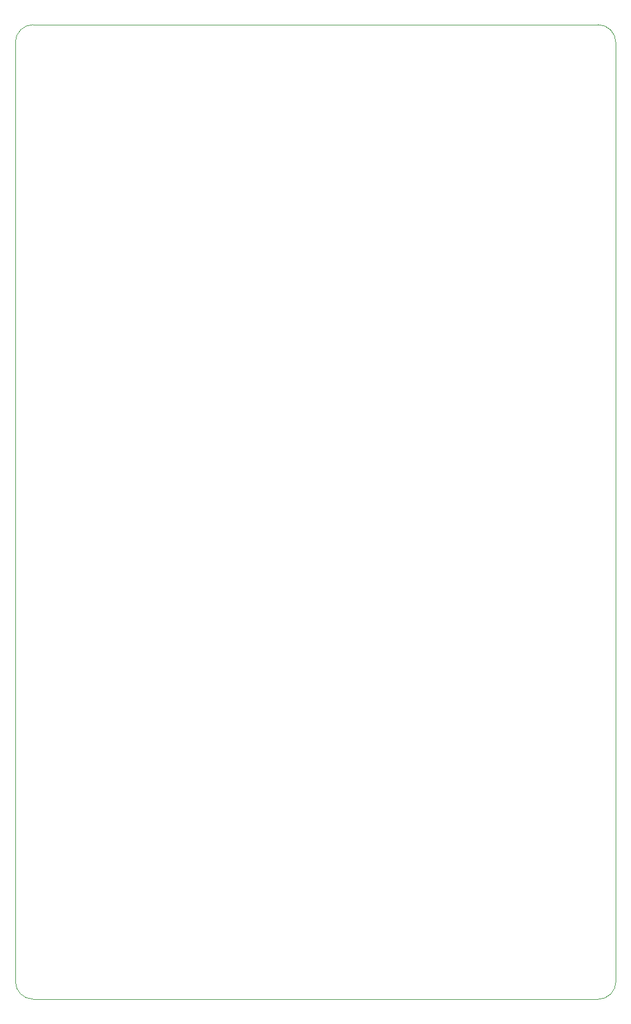
<source format=gm1>
%TF.GenerationSoftware,KiCad,Pcbnew,7.0.9*%
%TF.CreationDate,2023-11-20T05:39:13-07:00*%
%TF.ProjectId,blindscontrol,626c696e-6473-4636-9f6e-74726f6c2e6b,rev?*%
%TF.SameCoordinates,Original*%
%TF.FileFunction,Profile,NP*%
%FSLAX46Y46*%
G04 Gerber Fmt 4.6, Leading zero omitted, Abs format (unit mm)*
G04 Created by KiCad (PCBNEW 7.0.9) date 2023-11-20 05:39:13*
%MOMM*%
%LPD*%
G01*
G04 APERTURE LIST*
%TA.AperFunction,Profile*%
%ADD10C,0.100000*%
%TD*%
G04 APERTURE END LIST*
D10*
X191788051Y-88791051D02*
X272904949Y-88791051D01*
X189248051Y-226041949D02*
X189248051Y-91331051D01*
X272923000Y-228600000D02*
X191788051Y-228581949D01*
X275444949Y-91331051D02*
X275463000Y-226060000D01*
X189248051Y-226041949D02*
G75*
G03*
X191788051Y-228581949I2540001J1D01*
G01*
X191788051Y-88791051D02*
G75*
G03*
X189248051Y-91331051I1J-2540001D01*
G01*
X275444949Y-91331051D02*
G75*
G03*
X272904949Y-88791051I-2540001J-1D01*
G01*
X272923000Y-228600000D02*
G75*
G03*
X275463000Y-226060000I0J2540000D01*
G01*
M02*

</source>
